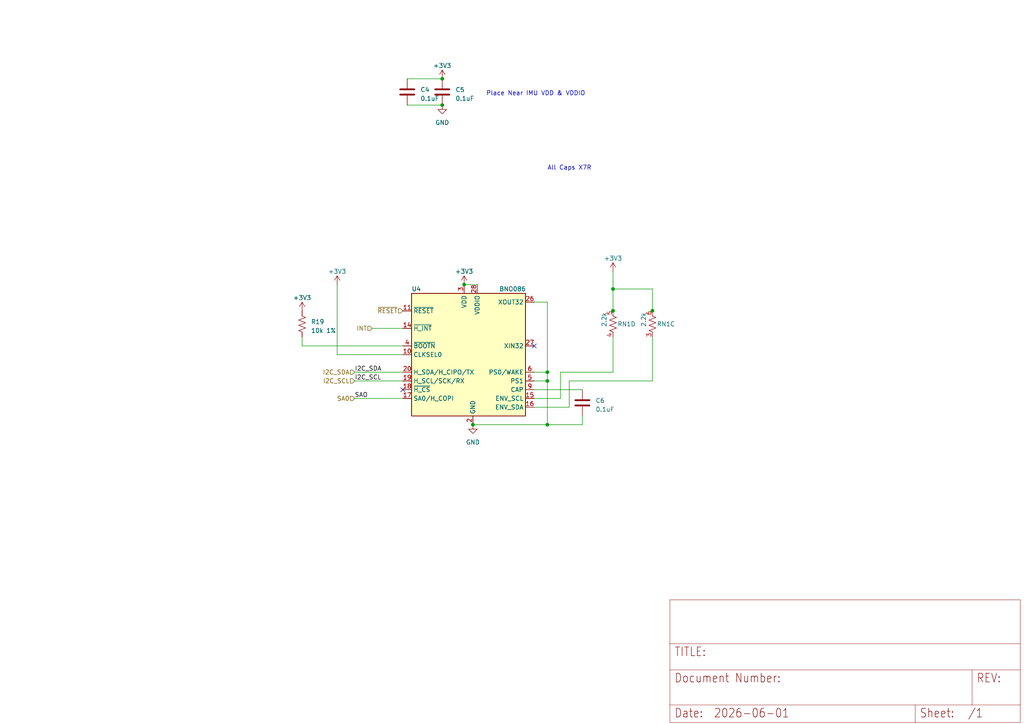
<source format=kicad_sch>
(kicad_sch (version 20231120) (generator "eeschema") (generator_version "8.0")
  (paper "A4")
  (lib_symbols
    (symbol "Device:C" (pin_numbers hide) (pin_names (offset 0.254))
      (property "Reference" "C" (at 0.635 2.54 0))
      (property "Value" "C" (at 0.635 -2.54 0))
      (symbol "C_0_1"
        (polyline (pts (xy -2.032 -0.762) (xy 2.032 -0.762)) (stroke (width 0.508)))
        (polyline (pts (xy -2.032 0.762) (xy 2.032 0.762)) (stroke (width 0.508)))
      )
      (symbol "C_1_1"
        (pin passive line (at 0 3.81 270) (length 2.794) (name "~") (number "1"))
        (pin passive line (at 0 -3.81 90) (length 2.794) (name "~") (number "2"))
      )
    )
    (symbol "Device:R_US" (pin_numbers hide) (pin_names (offset 0))
      (property "Reference" "R" (at 2.54 0 90))
      (property "Value" "R_US" (at -2.54 0 90))
      (symbol "R_US_0_1"
        (polyline (pts (xy 0 -2.286) (xy 0 -2.54)))
        (polyline (pts (xy 0 2.286) (xy 0 2.54)))
        (polyline (pts (xy 0 -0.762) (xy 1.016 -1.143) (xy 0 -1.524) (xy -1.016 -1.905) (xy 0 -2.286)))
        (polyline (pts (xy 0 0.762) (xy 1.016 0.381) (xy 0 0) (xy -1.016 -0.381) (xy 0 -0.762)))
        (polyline (pts (xy 0 2.286) (xy 1.016 1.905) (xy 0 1.524) (xy -1.016 1.143) (xy 0 0.762)))
      )
      (symbol "R_US_1_1"
        (pin passive line (at 0 3.81 270) (length 1.27) (name "~") (number "1"))
        (pin passive line (at 0 -3.81 90) (length 1.27) (name "~") (number "2"))
      )
    )
    (symbol "Eros Tracker-eagle-import:FRAME_A_L"
      (symbol "FRAME_A_L_1_0"
        (polyline (pts (xy 0 43.18) (xy 3.81 43.18)))
        (polyline (pts (xy 0 86.36) (xy 3.81 86.36)))
        (polyline (pts (xy 0 129.54) (xy 3.81 129.54)))
        (polyline (pts (xy 0 172.72) (xy 3.81 172.72)))
        (polyline (pts (xy 3.81 3.81) (xy 3.81 212.09)))
        (polyline (pts (xy 46.5667 0) (xy 46.5667 3.81)))
        (polyline (pts (xy 93.1333 0) (xy 93.1333 3.81)))
        (polyline (pts (xy 139.7 0) (xy 139.7 3.81)))
        (polyline (pts (xy 186.2667 0) (xy 186.2667 3.81)))
        (polyline (pts (xy 232.8333 0) (xy 232.8333 3.81)))
        (polyline (pts (xy 275.59 3.81) (xy 275.59 212.09)))
        (polyline (pts (xy 275.59 43.18) (xy 279.4 43.18)))
        (polyline (pts (xy 275.59 86.36) (xy 279.4 86.36)))
        (polyline (pts (xy 275.59 129.54) (xy 279.4 129.54)))
        (polyline (pts (xy 275.59 172.72) (xy 279.4 172.72)))
        (polyline (pts (xy 275.59 212.09) (xy 3.81 212.09)))
        (polyline (pts (xy 0 0) (xy 279.4 0) (xy 279.4 215.9) (xy 0 215.9) (xy 0 0)))
        (text "1" (at 23.2833 213.995 0) (effects (font (size 2.54 2.286))))
        (text "2" (at 69.85 213.995 0) (effects (font (size 2.54 2.286))))
        (text "3" (at 116.4167 213.995 0) (effects (font (size 2.54 2.286))))
        (text "4" (at 162.9833 213.995 0) (effects (font (size 2.54 2.286))))
        (text "5" (at 209.55 213.995 0) (effects (font (size 2.54 2.286))))
        (text "6" (at 256.1167 213.995 0) (effects (font (size 2.54 2.286))))
        (text "A" (at 1.905 194.31 0) (effects (font (size 2.54 2.286))))
        (text "A" (at 277.495 194.31 0) (effects (font (size 2.54 2.286))))
        (text "B" (at 1.905 151.13 0) (effects (font (size 2.54 2.286))))
        (text "B" (at 277.495 151.13 0) (effects (font (size 2.54 2.286))))
        (text "C" (at 1.905 107.95 0) (effects (font (size 2.54 2.286))))
        (text "C" (at 277.495 107.95 0) (effects (font (size 2.54 2.286))))
        (text "D" (at 1.905 64.77 0) (effects (font (size 2.54 2.286))))
        (text "D" (at 277.495 64.77 0) (effects (font (size 2.54 2.286))))
        (text "E" (at 1.905 21.59 0) (effects (font (size 2.54 2.286))))
        (text "E" (at 277.495 21.59 0) (effects (font (size 2.54 2.286))))
      )
      (symbol "FRAME_A_L_2_0"
        (polyline (pts (xy 0 0) (xy 0 5.08)) (stroke (width 0.1016)))
        (polyline (pts (xy 0 0) (xy 71.12 0)) (stroke (width 0.1016)))
        (polyline (pts (xy 0 5.08) (xy 0 15.24)) (stroke (width 0.1016)))
        (polyline (pts (xy 0 5.08) (xy 71.12 5.08)) (stroke (width 0.1016)))
        (polyline (pts (xy 0 15.24) (xy 0 22.86)) (stroke (width 0.1016)))
        (polyline (pts (xy 0 22.86) (xy 0 35.56)) (stroke (width 0.1016)))
        (polyline (pts (xy 0 22.86) (xy 101.6 22.86)) (stroke (width 0.1016)))
        (polyline (pts (xy 71.12 0) (xy 101.6 0)) (stroke (width 0.1016)))
        (polyline (pts (xy 71.12 5.08) (xy 71.12 0)) (stroke (width 0.1016)))
        (polyline (pts (xy 71.12 5.08) (xy 87.63 5.08)) (stroke (width 0.1016)))
        (polyline (pts (xy 87.63 5.08) (xy 101.6 5.08)) (stroke (width 0.1016)))
        (polyline (pts (xy 87.63 15.24) (xy 0 15.24)) (stroke (width 0.1016)))
        (polyline (pts (xy 87.63 15.24) (xy 87.63 5.08)) (stroke (width 0.1016)))
        (polyline (pts (xy 101.6 5.08) (xy 101.6 0)) (stroke (width 0.1016)))
        (polyline (pts (xy 101.6 15.24) (xy 87.63 15.24)) (stroke (width 0.1016)))
        (polyline (pts (xy 101.6 15.24) (xy 101.6 5.08)) (stroke (width 0.1016)))
        (polyline (pts (xy 101.6 22.86) (xy 101.6 15.24)) (stroke (width 0.1016)))
        (polyline (pts (xy 101.6 35.56) (xy 0 35.56)) (stroke (width 0.1016)))
        (polyline (pts (xy 101.6 35.56) (xy 101.6 22.86)) (stroke (width 0.1016)))
        (text "${#}/${##}" (at 86.36 1.27 0) (effects (font (size 2.54 2.159)) (justify left bottom)))
        (text "${CURRENT_DATE}" (at 12.7 1.27 0) (effects (font (size 2.54 2.159)) (justify left bottom)))
        (text "${PROJECTNAME}" (at 17.78 19.05 0) (effects (font (size 2.54 2.159)) (justify left bottom)))
        (text "Date:" (at 1.27 1.27 0) (effects (font (size 2.54 2.159)) (justify left bottom)))
        (text "Document Number:" (at 1.27 11.43 0) (effects (font (size 2.54 2.159)) (justify left bottom)))
        (text "REV:" (at 88.9 11.43 0) (effects (font (size 2.54 2.159)) (justify left bottom)))
        (text "Sheet:" (at 72.39 1.27 0) (effects (font (size 2.54 2.159)) (justify left bottom)))
        (text "TITLE:" (at 1.27 19.05 0) (effects (font (size 2.54 2.159)) (justify left bottom)))
      )
    )
    (symbol "Eros Tracker:BNO086"
      (property "Reference" "U?" (at -15.24 16.51 0))
      (property "Value" "BNO086" (at 15.24 16.51 0))
      (symbol "BNO086_0_1"
        (rectangle (start -17.78 15.24) (end 15.24 -20.32) (stroke (width 0.254)) (fill (type background)))
      )
      (symbol "BNO086_1_1"
        (pin no_connect line (at -17.78 7.62 0) (length 2.54) hide (name "PIN1") (number "1"))
        (pin input line (at -20.32 -2.54 0) (length 2.54) (name "CLKSEL0") (number "10"))
        (pin input line (at -20.32 10.16 0) (length 2.54) (name "~{RESET}") (number "11"))
        (pin no_connect line (at 15.24 10.16 180) (length 2.54) hide (name "PIN12") (number "12"))
        (pin no_connect line (at 15.24 7.62 180) (length 2.54) hide (name "PIN13") (number "13"))
        (pin output line (at -20.32 5.08 0) (length 2.54) (name "~{H_INT}") (number "14"))
        (pin bidirectional line (at 17.78 -15.24 180) (length 2.54) (name "ENV_SCL") (number "15"))
        (pin bidirectional line (at 17.78 -17.78 180) (length 2.54) (name "ENV_SDA") (number "16"))
        (pin input line (at -20.32 -15.24 0) (length 2.54) (name "SA0/H_COPI") (number "17"))
        (pin passive line (at -20.32 -12.7 0) (length 2.54) (name "~{H_CS}") (number "18"))
        (pin bidirectional line (at -20.32 -10.16 0) (length 2.54) (name "H_SCL/SCK/RX") (number "19"))
        (pin power_in line (at 0 -22.86 90) (length 2.54) (name "GND") (number "2"))
        (pin bidirectional line (at -20.32 -7.62 0) (length 2.54) (name "H_SDA/H_CIPO/TX") (number "20"))
        (pin no_connect line (at 15.24 5.08 180) (length 2.54) hide (name "PIN21") (number "21"))
        (pin no_connect line (at 15.24 2.54 180) (length 2.54) hide (name "PIN22") (number "22"))
        (pin no_connect line (at 15.24 -2.54 180) (length 2.54) hide (name "PIN23") (number "23"))
        (pin no_connect line (at 15.24 -5.08 180) (length 2.54) hide (name "PIN24") (number "24"))
        (pin power_in line (at 0 -22.86 90) (length 2.54) hide (name "GNDIO") (number "25"))
        (pin output line (at 17.78 12.7 180) (length 2.54) (name "XOUT32") (number "26"))
        (pin input line (at 17.78 0 180) (length 2.54) (name "XIN32") (number "27"))
        (pin power_in line (at 1.27 17.78 270) (length 2.54) (name "VDDIO") (number "28"))
        (pin power_in line (at -2.54 17.78 270) (length 2.54) (name "VDD") (number "3"))
        (pin input line (at -20.32 0 0) (length 2.54) (name "~{BOOTN}") (number "4"))
        (pin input line (at 17.78 -10.16 180) (length 2.54) (name "PS1") (number "5"))
        (pin input line (at 17.78 -7.62 180) (length 2.54) (name "PS0/WAKE") (number "6"))
        (pin no_connect line (at -17.78 2.54 0) (length 2.54) hide (name "PIN7") (number "7"))
        (pin no_connect line (at -17.78 -5.08 0) (length 2.54) hide (name "PIN8") (number "8"))
        (pin passive line (at 17.78 -12.7 180) (length 2.54) (name "CAP") (number "9"))
      )
    )
    (symbol "Eros Tracker:CAY10-xxxJ4"
      (property "Reference" "RN" (at 2.921 2.921 0))
      (symbol "CAY10-xxxJ4_0_1"
        (polyline (pts (xy 1.524 0) (xy 1.27 0)))
        (polyline (pts (xy 6.096 0) (xy 6.35 0)))
        (polyline (pts (xy 1.524 0) (xy 1.905 1.016) (xy 2.286 0) (xy 2.667 -1.016) (xy 3.048 0)))
        (polyline (pts (xy 3.048 0) (xy 3.429 1.016) (xy 3.81 0) (xy 4.191 -1.016) (xy 4.572 0)))
        (polyline (pts (xy 4.572 0) (xy 4.953 1.016) (xy 5.334 0) (xy 5.715 -1.016) (xy 6.096 0)))
      )
      (symbol "CAY10-xxxJ4_1_1"
        (pin passive line (at 0 0 0) (length 1.27) (name "~") (number "1"))
        (pin passive line (at 7.65 0 180) (length 1.27) (name "~") (number "8"))
      )
      (symbol "CAY10-xxxJ4_2_1"
        (pin passive line (at 0 0 0) (length 1.27) (name "~") (number "2"))
        (pin passive line (at 7.65 0 180) (length 1.27) (name "~") (number "7"))
      )
      (symbol "CAY10-xxxJ4_3_1"
        (pin passive line (at 0 0 0) (length 1.27) (name "~") (number "3"))
        (pin passive line (at 7.65 0 180) (length 1.27) (name "~") (number "6"))
      )
      (symbol "CAY10-xxxJ4_4_1"
        (pin passive line (at 0 0 0) (length 1.27) (name "~") (number "4"))
        (pin passive line (at 7.65 0 180) (length 1.27) (name "~") (number "5"))
      )
    )
    (symbol "power:+3V3" (power) (pin_names (offset 0))
      (property "Value" "+3V3" (at 0 3.556 0))
      (symbol "+3V3_0_1"
        (polyline (pts (xy -0.762 1.27) (xy 0 2.54)))
        (polyline (pts (xy 0 0) (xy 0 2.54)))
        (polyline (pts (xy 0 2.54) (xy 0.762 1.27)))
      )
      (symbol "+3V3_1_1"
        (pin power_in line (at 0 0 90) (length 0) hide (name "+3V3") (number "1"))
      )
    )
    (symbol "power:GND" (power) (pin_names (offset 0))
      (property "Value" "GND" (at 0 -3.81 0))
      (symbol "GND_0_1"
        (polyline (pts (xy 0 0) (xy 0 -1.27) (xy 1.27 -1.27) (xy 0 -2.54) (xy -1.27 -1.27) (xy 0 -1.27)))
      )
      (symbol "GND_1_1"
        (pin power_in line (at 0 0 270) (length 0) hide (name "GND") (number "1"))
      )
    )
  )
  (junction (at 189.23 90.14))
  (junction (at 158.75 107.95))
  (junction (at 137.16 123.19))
  (junction (at 158.75 123.19))
  (junction (at 128.27 30.48))
  (junction (at 177.8 83.82))
  (junction (at 177.8 90.14))
  (junction (at 128.27 22.86))
  (junction (at 134.62 82.55))
  (junction (at 158.75 110.49))
  (no_connect (at 116.84 113.03))
  (no_connect (at 154.94 100.33))
  (wire (pts (xy 87.63 100.33) (xy 87.63 97.79)))
  (wire (pts (xy 154.94 113.03) (xy 168.91 113.03)))
  (wire (pts (xy 162.56 115.57) (xy 154.94 115.57)))
  (wire (pts (xy 134.62 82.55) (xy 138.43 82.55)))
  (wire (pts (xy 158.75 107.95) (xy 158.75 110.49)))
  (wire (pts (xy 162.56 107.95) (xy 162.56 115.57)))
  (wire (pts (xy 116.84 100.33) (xy 87.63 100.33)))
  (wire (pts (xy 102.87 110.49) (xy 116.84 110.49)))
  (wire (pts (xy 107.95 95.25) (xy 116.84 95.25)))
  (wire (pts (xy 97.79 102.87) (xy 116.84 102.87)))
  (wire (pts (xy 154.94 87.63) (xy 158.75 87.63)))
  (wire (pts (xy 177.8 90.14) (xy 177.8 90.17)))
  (wire (pts (xy 97.79 82.55) (xy 97.79 102.87)))
  (wire (pts (xy 189.23 83.82) (xy 189.23 90.14)))
  (wire (pts (xy 118.11 22.86) (xy 128.27 22.86)))
  (wire (pts (xy 189.23 110.49) (xy 165.1 110.49)))
  (wire (pts (xy 154.94 110.49) (xy 158.75 110.49)))
  (wire (pts (xy 118.11 30.48) (xy 128.27 30.48)))
  (wire (pts (xy 177.8 97.79) (xy 177.8 107.95)))
  (wire (pts (xy 189.23 97.79) (xy 189.23 110.49)))
  (wire (pts (xy 177.8 78.74) (xy 177.8 83.82)))
  (wire (pts (xy 165.1 110.49) (xy 165.1 118.11)))
  (wire (pts (xy 189.23 90.14) (xy 189.23 90.17)))
  (wire (pts (xy 158.75 110.49) (xy 158.75 123.19)))
  (wire (pts (xy 158.75 87.63) (xy 158.75 107.95)))
  (wire (pts (xy 158.75 123.19) (xy 168.91 123.19)))
  (wire (pts (xy 102.87 115.57) (xy 116.84 115.57)))
  (wire (pts (xy 168.91 120.65) (xy 168.91 123.19)))
  (wire (pts (xy 137.16 123.19) (xy 158.75 123.19)))
  (wire (pts (xy 165.1 118.11) (xy 154.94 118.11)))
  (wire (pts (xy 177.8 83.82) (xy 177.8 90.14)))
  (wire (pts (xy 177.8 83.82) (xy 189.23 83.82)))
  (wire (pts (xy 177.8 107.95) (xy 162.56 107.95)))
  (wire (pts (xy 102.87 107.95) (xy 116.84 107.95)))
  (wire (pts (xy 154.94 107.95) (xy 158.75 107.95)))
  (text "Place Near IMU VDD & VDDIO\n" (at 140.97 27.94 0) (effects (font (size 1.27 1.27)) (justify left bottom)))
  (text "All Caps X7R" (at 158.75 49.53 0) (effects (font (size 1.27 1.27)) (justify left bottom)))
  (label "I2C_SCL" (at 102.87 110.49 0))
  (label "I2C_SDA" (at 102.87 107.95 0))
  (label "SAO" (at 102.87 115.57 0))
  (hierarchical_label "~{RESET}" (shape input) (at 116.84 90.17 180) (property "Intersheetrefs" "${INTERSHEET_REFS}" (effects (hide yes))))
  (hierarchical_label "SA0" (shape input) (at 102.87 115.57 180) (property "Intersheetrefs" "${INTERSHEET_REFS}" (effects (hide yes))))
  (hierarchical_label "I2C_SCL" (shape input) (at 102.87 110.49 180) (property "Intersheetrefs" "${INTERSHEET_REFS}" (effects (hide yes))))
  (hierarchical_label "INT" (shape input) (at 107.95 95.25 180))
  (hierarchical_label "I2C_SDA" (shape input) (at 102.87 107.95 180) (property "Intersheetrefs" "${INTERSHEET_REFS}" (effects (hide yes))))
  (symbol (lib_id "Eros Tracker-eagle-import:FRAME_A_L") (at 194.31 209.55 0) (unit 2)
    (property "Reference" "#FRAME3" (effects (hide yes)))
    (property "Value" "FRAME_A_L" (effects (hide yes)))
  )
  (symbol (lib_id "power:GND") (at 128.27 30.48 0) (unit 1)
    (property "Reference" "#PWR036" (effects (hide yes)))
    (property "Value" "GND" (at 128.27 35.56 0))
  )
  (symbol (lib_id "Device:C") (at 168.91 116.84 0) (unit 1)
    (property "Reference" "C6" (at 172.72 116.205 0) (effects (justify left)))
    (property "Value" "0.1uF" (at 172.72 118.745 0) (effects (justify left)))
    (property "Footprint" "Capacitor_SMD:C_0402_1005Metric" (effects (hide yes)))
    (property "Datasheet" "https://www.mouser.com/datasheet/2/585/MLCC-1837944.pdf" (effects (hide yes)))
    (property "Manufacturer_Name" "Samsung" (effects (hide yes)))
    (property "Manufacturer_Part_Number" "CL05B104KA5NNNC" (effects (hide yes)))
    (property "Mouser Part Number" "187-CL05B104KA5NNNC" (effects (hide yes)))
    (property "Mouser Price/Stock" "https://www.mouser.com/ProductDetail/Samsung-Electro-Mechanics/CL05B104KA5NNNC?qs=Efv9o2T6U88DLyyMSzjXSQ%3D%3D" (effects (hide yes)))
  )
  (symbol (lib_id "Eros Tracker:BNO086") (at 137.16 100.33 0) (unit 1)
    (property "Reference" "U4" (at 119.38 83.82 0) (effects (justify left)))
    (property "Value" "BNO086" (at 144.78 83.82 0) (effects (justify left)))
    (property "Footprint" "Package_LGA:LGA-28_5.2x3.8mm_P0.5mm" (effects (hide yes)))
    (property "Datasheet" "https://www.ceva-dsp.com/wp-content/uploads/2019/10/BNO080_085-Datasheet.pdf" (effects (hide yes)))
    (property "Manufacturer_Name" "CEVA Technologies" (effects (hide yes)))
    (property "Manufacturer_Part_Number" "BNO086" (effects (hide yes)))
    (property "DigiKey Part Number" "1888-BNO086CT-ND" (effects (hide yes)))
    (property "DigiKey Price/Stock" "https://www.digikey.com/en/products/detail/ceva-technologies-inc/BNO086/14114190?utm_adgroup=Sensors%20%26%20Transducers&utm_source=google&utm_medium=cpc&utm_campaign=Dynamic%20Search_EN_Product&utm_term=&utm_content=Sensors%20%26%20Transducers&gclid=Cj0KCQjwyLGjBhDKARIsAFRNgW-RKjzLnx-KZhfGDawvKbtmDkwMRNEo6ZQ7mXlv3atltSMxu2Xz7RMaAiJyEALw_wcB" (effects (hide yes)))
  )
  (symbol (lib_id "Device:C") (at 118.11 26.67 0) (unit 1)
    (property "Reference" "C4" (at 121.92 26.035 0) (effects (justify left)))
    (property "Value" "0.1uF" (at 121.92 28.575 0) (effects (justify left)))
    (property "Footprint" "Capacitor_SMD:C_0402_1005Metric" (effects (hide yes)))
    (property "Datasheet" "https://www.mouser.com/datasheet/2/585/MLCC-1837944.pdf" (effects (hide yes)))
    (property "Manufacturer_Name" "Samsung" (effects (hide yes)))
    (property "Manufacturer_Part_Number" "CL05B104KA5NNNC" (effects (hide yes)))
    (property "Mouser Part Number" "187-CL05B104KA5NNNC" (effects (hide yes)))
    (property "Mouser Price/Stock" "https://www.mouser.com/ProductDetail/Samsung-Electro-Mechanics/CL05B104KA5NNNC?qs=Efv9o2T6U88DLyyMSzjXSQ%3D%3D" (effects (hide yes)))
  )
  (symbol (lib_id "Eros Tracker:CAY10-xxxJ4") (at 177.8 97.79 90) (unit 4)
    (property "Reference" "RN1" (at 179.07 93.98 90) (effects (justify right)))
    (property "Value" "2.2k" (at 175.26 92.71 0))
    (property "Footprint" "Eros Tracker:CAY10-xxxJ4" (effects (hide yes)))
    (property "Datasheet" "https://www.bourns.com/docs/product-datasheets/cay10.pdf" (effects (hide yes)))
    (property "Manufacturer_Name" "Bourns" (effects (hide yes)))
    (property "Manufacturer_Part_Number" "CAY10-222J4LF" (effects (hide yes)))
    (property "Mouser Part Number" "652-CAY10-222J4LF" (effects (hide yes)))
    (property "Mouser Price/Stock" "https://www.mouser.com/ProductDetail/Bourns/CAY10-222J4LF?qs=Dfl2kWhgskE8poaromrKgg%3D%3D" (effects (hide yes)))
  )
  (symbol (lib_id "power:+3V3") (at 177.8 78.74 0) (unit 1)
    (property "Reference" "#PWR039" (effects (hide yes)))
    (property "Value" "+3V3" (at 177.8 74.93 0))
  )
  (symbol (lib_id "power:GND") (at 137.16 123.19 0) (unit 1)
    (property "Reference" "#PWR038" (effects (hide yes)))
    (property "Value" "GND" (at 137.16 128.27 0))
  )
  (symbol (lib_id "power:+3V3") (at 134.62 82.55 0) (unit 1)
    (property "Reference" "#PWR037" (effects (hide yes)))
    (property "Value" "+3V3" (at 134.62 78.74 0))
  )
  (symbol (lib_id "power:+3V3") (at 87.63 90.17 0) (unit 1)
    (property "Reference" "#PWR033" (effects (hide yes)))
    (property "Value" "+3V3" (at 87.63 86.36 0))
  )
  (symbol (lib_id "Device:C") (at 128.27 26.67 0) (unit 1)
    (property "Reference" "C5" (at 132.08 26.035 0) (effects (justify left)))
    (property "Value" "0.1uF" (at 132.08 28.575 0) (effects (justify left)))
    (property "Footprint" "Capacitor_SMD:C_0402_1005Metric" (effects (hide yes)))
    (property "Datasheet" "https://www.mouser.com/datasheet/2/585/MLCC-1837944.pdf" (effects (hide yes)))
    (property "Manufacturer_Name" "Samsung" (effects (hide yes)))
    (property "Manufacturer_Part_Number" "CL05B104KA5NNNC" (effects (hide yes)))
    (property "Mouser Part Number" "187-CL05B104KA5NNNC" (effects (hide yes)))
    (property "Mouser Price/Stock" "https://www.mouser.com/ProductDetail/Samsung-Electro-Mechanics/CL05B104KA5NNNC?qs=Efv9o2T6U88DLyyMSzjXSQ%3D%3D" (effects (hide yes)))
  )
  (symbol (lib_id "power:+3V3") (at 97.79 82.55 0) (unit 1)
    (property "Reference" "#PWR034" (effects (hide yes)))
    (property "Value" "+3V3" (at 97.79 78.74 0))
  )
  (symbol (lib_id "Device:R_US") (at 87.63 93.98 0) (unit 1)
    (property "Reference" "R19" (at 90.17 93.345 0) (effects (justify left)))
    (property "Value" "10k 1%" (at 90.17 95.885 0) (effects (justify left)))
    (property "Footprint" "Resistor_SMD:R_0402_1005Metric" (effects (hide yes)))
    (property "Manufacturer_Name" "YAGEO" (effects (hide yes)))
    (property "Manufacturer_Part_Number" "RT0402FRE0710KL" (effects (hide yes)))
    (property "Mouser Part Number" "603-RT0402FRE0710KL" (effects (hide yes)))
    (property "Mouser Price/Stock" "https://www.mouser.com/ProductDetail/YAGEO/RT0402FRE0710KL?qs=BXCcY9r%252B08Amup7nMFKW1g%3D%3D" (effects (hide yes)))
  )
  (symbol (lib_id "Eros Tracker:CAY10-xxxJ4") (at 189.23 97.79 90) (unit 3)
    (property "Reference" "RN1" (at 190.5 93.98 90) (effects (justify right)))
    (property "Value" "2.2k" (at 186.69 92.71 0))
    (property "Footprint" "Eros Tracker:CAY10-xxxJ4" (effects (hide yes)))
    (property "Datasheet" "https://www.bourns.com/docs/product-datasheets/cay10.pdf" (effects (hide yes)))
    (property "Manufacturer_Name" "Bourns" (effects (hide yes)))
    (property "Manufacturer_Part_Number" "CAY10-222J4LF" (effects (hide yes)))
    (property "Mouser Part Number" "652-CAY10-222J4LF" (effects (hide yes)))
    (property "Mouser Price/Stock" "https://www.mouser.com/ProductDetail/Bourns/CAY10-222J4LF?qs=Dfl2kWhgskE8poaromrKgg%3D%3D" (effects (hide yes)))
  )
  (symbol (lib_id "power:+3V3") (at 128.27 22.86 0) (unit 1)
    (property "Reference" "#PWR035" (effects (hide yes)))
    (property "Value" "+3V3" (at 128.27 19.05 0))
  )
)
</source>
